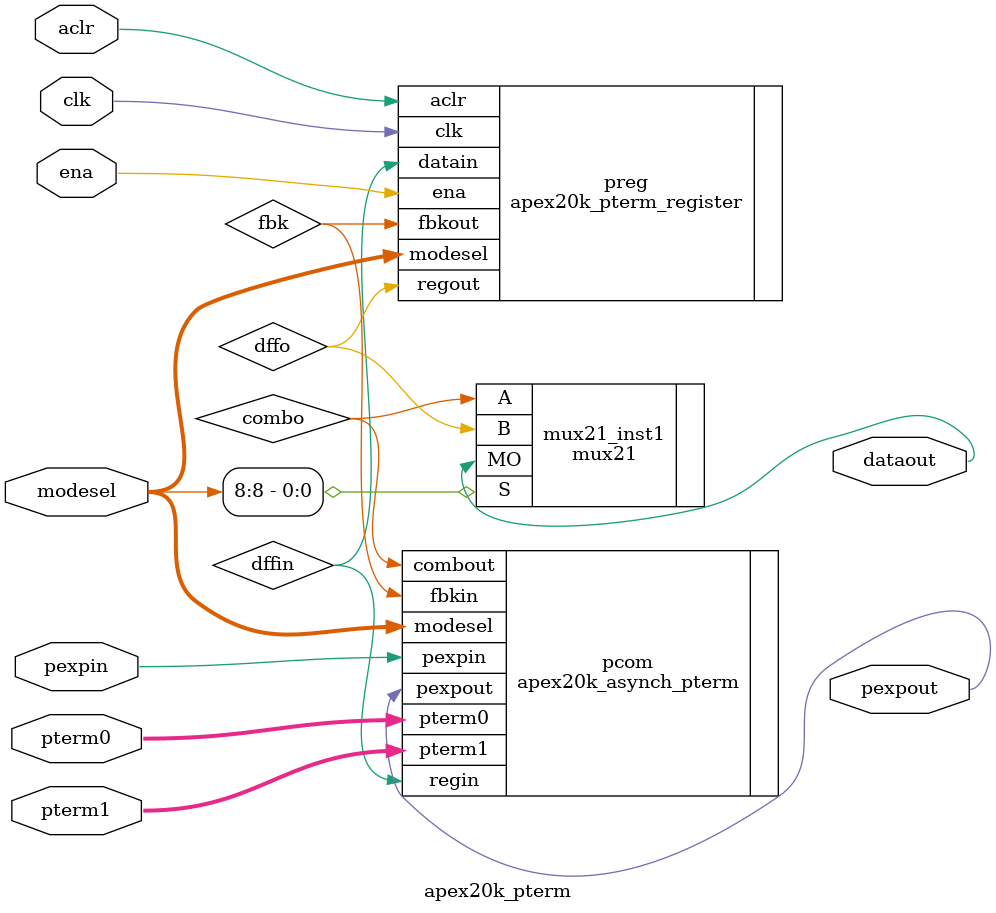
<source format=v>

module  apex20k_lcell (clk, dataa, datab, datac, datad, aclr,
                      sclr, sload, ena, cin,
                      cascin, modesel, pathsel,
                      combout, regout, cout, cascout) ;

input  clk, dataa, datab, datac, datad, ena ;
input  aclr, sclr, sload, cin, cascin;
input [8:0] modesel;
input [9:0] pathsel;
output cout, cascout, regout, combout ;
wire dffin, qfbk;

apex20k_asynch_lcell lecomb (.dataa(dataa), .datab(datab), .datac(datac), 
										.datad(datad), .cin(cin), .cascin(cascin),
                              .qfbkin(qfbk), .modesel(modesel), .pathsel(pathsel), .combout(combout),
										 .regin(dffin), .cout(cout), .cascout(cascout));

apex20k_lcell_register lereg (.clk(clk), .aclr(aclr), .sclr(sclr), .modesel(modesel),
										.sload(sload), .ena(ena), .datain(dffin), 
										.datac(datac), 
										.regout(regout), .qfbko(qfbk));

endmodule


module  apex20k_io (clk, datain, aclr, ena, oe, 
				   modesel, padio, combout, regout) ;

  inout     padio ;
  input     datain, clk, aclr, ena, oe;
  input     [11:0] modesel;
  output    regout, combout;

  wire aclr_inv;


apex20k_asynch_io asynch_inst (.datain(datain), .oe(oe), .padio(padio), 
										 .dffeD(dffeD), .dffeQ(dffeQ), .combout(combout),
										 .regout(regout), .modesel(modesel));

INV inv_1(.Y(aclr_inv), .IN1(aclr));
dffe_io io_reg (.Q(dffeQ), .CLK(clk), .ENA(ena), .D(dffeD), .CLRN(aclr_inv),
					 .PRN(reg_pre));

endmodule


module apex20k_ram_slice (datain, clk0, clk1, clr0, clr1, ena0, ena1, 
            we, re, raddr, waddr, modesel, dataout);
input  datain, clk0, clk1, clr0, clr1, ena0, ena1, we, re;
input  [15:0] raddr, waddr;
input [17:0] modesel;
output dataout;

     wire  datain_reg, we_reg, re_reg, dataout_reg;
     wire  [15:0] raddr_reg, waddr_reg;
     wire  datain_int, we_int, re_int, dataout_int;
     wire  [15:0] raddr_int;
     wire  [15:0] waddr_int;
     wire  reen, raddren, dataouten;
     wire  datain_clr;
     wire  re_clk, re_clr, raddr_clk, raddr_clr;
     wire  dataout_clk, dataout_clr;
     wire  datain_reg_sel, write_reg_sel, raddr_reg_sel;
     wire  re_reg_sel, dataout_reg_sel, re_clk_sel, re_en_sel;
     wire  re_clr_sel, raddr_clk_sel, raddr_clr_sel, raddr_en_sel;
     wire  dataout_clk_sel, dataout_clr_sel, dataout_en_sel;
     wire  datain_reg_clr, write_reg_clr, raddr_reg_clr;
     wire  re_reg_clr, dataout_reg_clr;
     wire  datain_reg_clr_sel, write_reg_clr_sel, raddr_reg_clr_sel;
     wire  re_reg_clr_sel, dataout_reg_clr_sel, NC;
     wire  clk0_inv1, clk0_delayed, we_reg2, we_reg2_delayed;
	 wire iena0;
	 wire iena1;

     assign datain_reg_sel          = modesel[0];
     assign datain_reg_clr_sel      = modesel[1];
     assign write_reg_sel           = modesel[2];
     assign write_reg_clr_sel       = modesel[3];
     assign raddr_reg_sel           = modesel[4];
     assign raddr_reg_clr_sel       = modesel[5];
     assign re_reg_sel              = modesel[6];
     assign re_reg_clr_sel          = modesel[7];
     assign dataout_reg_sel         = modesel[8];
     assign dataout_reg_clr_sel     = modesel[9];
     assign re_clk_sel              = modesel[10];
     assign re_en_sel               = modesel[10];
     assign re_clr_sel              = modesel[11];
     assign raddr_clk_sel           = modesel[12];
     assign raddr_en_sel            = modesel[12];
     assign raddr_clr_sel           = modesel[13];
     assign dataout_clk_sel         = modesel[14];
     assign dataout_en_sel          = modesel[14];
     assign dataout_clr_sel         = modesel[15];

	 assign iena0 = ena0;
	 assign iena1 = ena1;

     assign NC = 1'b0;

mux21 	datainsel (.MO(datain_int), .A(datain), .B(datain_reg), .S(datain_reg_sel));

nmux21 	datainregclr (.MO(datain_reg_clr), .A(NC), .B(clr0), .S(datain_reg_clr_sel));

bmux21 	waddrsel (.MO(waddr_int), .A(waddr), .B(waddr_reg), .S(write_reg_sel));

nmux21 	writeregclr (.MO(write_reg_clr), .A(NC), .B(clr0), .S(write_reg_clr_sel));

mux21   wesel2 (.MO(we_int), .A(we_reg2_delayed), .B(we_pulse), .S(write_reg_sel));

mux21   wesel1 (.MO(we_reg2), .A(we), .B(we_reg), .S(write_reg_sel));

bmux21  raddrsel (.MO(raddr_int), .A(raddr), .B(raddr_reg), .S(raddr_reg_sel));

nmux21 	raddrregclr (.MO(raddr_reg_clr), .A(NC), .B(raddr_clr), .S(raddr_reg_clr_sel));

mux21 	resel (.MO(re_int), .A(re), .B(re_reg), .S(re_reg_sel));

mux21 	dataoutsel (.MO(dataout), .A(dataout_int), .B(dataout_reg), .S(dataout_reg_sel));

nmux21	dataoutregclr (.MO(dataout_reg_clr), .A(NC), .B(dataout_clr), .S(dataout_reg_clr_sel));

mux21   raddrclksel (.MO(raddr_clk), .A(clk0), .B(clk1), .S(raddr_clk_sel));

mux21   raddrensel (.MO(raddren), .A(iena0), .B(iena1), .S(raddr_en_sel));

nmux21  raddrclrsel (.MO(raddr_clr), .A(clr0), .B(clr1), .S(raddr_clr_sel));

mux21 	reclksel (.MO(re_clk), .A(clk0), .B(clk1), .S(re_clk_sel));

mux21   reensel (.MO(reen), .A(iena0), .B(iena1), .S(re_en_sel));

nmux21	reclrsel (.MO(re_clr), .A(clr0), .B(clr1), .S(re_clr_sel));

nmux21   reregclr (.MO(re_reg_clr), .A(NC), .B(re_clr), .S(re_reg_clr_sel));

mux21   dataoutclksel (.MO(dataout_clk), .A(clk0), .B(clk1), .S(dataout_clk_sel));

mux21   dataoutensel (.MO(dataouten), .A(iena0), .B(iena1), .S(dataout_en_sel));

nmux21  dataoutclrsel (.MO(dataout_clr), .A(clr0), .B(clr1), .S(dataout_clr_sel));

dffe	dinreg (.Q(datain_reg), .CLK(clk0), .ENA(iena0), .D(datain), .CLRN(datain_reg_clr), .PRN(1'b1));

dffe	wereg (.Q(we_reg), .CLK(clk0), .ENA(iena0), .D(we), .CLRN(write_reg_clr), .PRN(1'b1));

INV    pt_inv_1 (.Y(clk0_inv1), .IN1(clk0_delayed));

AND1    clk0weregdelaybuf (.Y(clk0_delayed), .IN1(clk0));

AND2    pt_and2_1 (.Y(we_pulse), .IN1(clk0_inv1), .IN2(we_reg2_delayed));

AND1    wedelaybuf (.Y(we_reg2_delayed), .IN1(we_reg2));

dffe    rereg (.Q(re_reg), .CLK(re_clk), .ENA(reen), .D(re), .CLRN(re_reg_clr), .PRN(1'b1));

dffe    dataoutreg (.Q(dataout_reg), .CLK(dataout_clk), .ENA(dataouten), .D(dataout_int), .CLRN(dataout_reg_clr), .PRN(1'b1));

dffe    waddrreg_0 (.Q(waddr_reg[0]), .CLK(clk0), .ENA(iena0), .D(waddr[0]), .CLRN(write_reg_clr), .PRN(1'b1));

dffe    waddrreg_1 (.Q(waddr_reg[1]), .CLK(clk0), .ENA(iena0), .D(waddr[1]), .CLRN(write_reg_clr), .PRN(1'b1));

dffe    waddrreg_2 (.Q(waddr_reg[2]), .CLK(clk0), .ENA(iena0), .D(waddr[2]), .CLRN(write_reg_clr), .PRN(1'b1));

dffe    waddrreg_3 (.Q(waddr_reg[3]), .CLK(clk0), .ENA(iena0), .D(waddr[3]), .CLRN(write_reg_clr), .PRN(1'b1));

dffe    waddrreg_4 (.Q(waddr_reg[4]), .CLK(clk0), .ENA(iena0), .D(waddr[4]), .CLRN(write_reg_clr), .PRN(1'b1));

dffe    waddrreg_5 (.Q(waddr_reg[5]), .CLK(clk0), .ENA(iena0), .D(waddr[5]), .CLRN(write_reg_clr), .PRN(1'b1));

dffe    waddrreg_6 (.Q(waddr_reg[6]), .CLK(clk0), .ENA(iena0), .D(waddr[6]), .CLRN(write_reg_clr), .PRN(1'b1));

dffe    waddrreg_7 (.Q(waddr_reg[7]), .CLK(clk0), .ENA(iena0), .D(waddr[7]), .CLRN(write_reg_clr), .PRN(1'b1));

dffe    waddrreg_8 (.Q(waddr_reg[8]), .CLK(clk0), .ENA(iena0), .D(waddr[8]), .CLRN(write_reg_clr), .PRN(1'b1));

dffe    waddrreg_9 (.Q(waddr_reg[9]), .CLK(clk0), .ENA(iena0), .D(waddr[9]), .CLRN(write_reg_clr), .PRN(1'b1));

dffe    waddrreg_10 (.Q(waddr_reg[10]), .CLK(clk0), .ENA(iena0), .D(waddr[10]), .CLRN(write_reg_clr), .PRN(1'b1));

dffe    waddrreg_11 (.Q(waddr_reg[11]), .CLK(clk0), .ENA(iena0), .D(waddr[11]), .CLRN(write_reg_clr), .PRN(1'b1));

dffe    waddrreg_12 (.Q(waddr_reg[12]), .CLK(clk0), .ENA(iena0), .D(waddr[12]), .CLRN(write_reg_clr), .PRN(1'b1));

dffe    waddrreg_13 (.Q(waddr_reg[13]), .CLK(clk0), .ENA(iena0), .D(waddr[13]), .CLRN(write_reg_clr), .PRN(1'b1));

dffe    waddrreg_14 (.Q(waddr_reg[14]), .CLK(clk0), .ENA(iena0), .D(waddr[14]), .CLRN(write_reg_clr), .PRN(1'b1));

dffe    waddrreg_15 (.Q(waddr_reg[15]), .CLK(clk0), .ENA(iena0), .D(waddr[15]), .CLRN(write_reg_clr), .PRN(1'b1));

dffe    raddrreg_0 (.Q(raddr_reg[0]), .CLK(raddr_clk), .ENA(raddren), .D(raddr[0]), .CLRN(raddr_reg_clr), .PRN(1'b1));

dffe    raddrreg_1 (.Q(raddr_reg[1]), .CLK(raddr_clk), .ENA(raddren), .D(raddr[1]), .CLRN(raddr_reg_clr), .PRN(1'b1));

dffe    raddrreg_2 (.Q(raddr_reg[2]), .CLK(raddr_clk), .ENA(raddren), .D(raddr[2]), .CLRN(raddr_reg_clr), .PRN(1'b1));

dffe    raddrreg_3 (.Q(raddr_reg[3]), .CLK(raddr_clk), .ENA(raddren), .D(raddr[3]), .CLRN(raddr_reg_clr), .PRN(1'b1));

dffe    raddrreg_4 (.Q(raddr_reg[4]), .CLK(raddr_clk), .ENA(raddren), .D(raddr[4]), .CLRN(raddr_reg_clr), .PRN(1'b1));

dffe    raddrreg_5 (.Q(raddr_reg[5]), .CLK(raddr_clk), .ENA(raddren), .D(raddr[5]), .CLRN(raddr_reg_clr), .PRN(1'b1));

dffe    raddrreg_6 (.Q(raddr_reg[6]), .CLK(raddr_clk), .ENA(raddren), .D(raddr[6]), .CLRN(raddr_reg_clr), .PRN(1'b1));

dffe    raddrreg_7 (.Q(raddr_reg[7]), .CLK(raddr_clk), .ENA(raddren), .D(raddr[7]), .CLRN(raddr_reg_clr), .PRN(1'b1));

dffe    raddrreg_8 (.Q(raddr_reg[8]), .CLK(raddr_clk), .ENA(raddren), .D(raddr[8]), .CLRN(raddr_reg_clr), .PRN(1'b1));

dffe    raddrreg_9 (.Q(raddr_reg[9]), .CLK(raddr_clk), .ENA(raddren), .D(raddr[9]), .CLRN(raddr_reg_clr), .PRN(1'b1));

dffe    raddrreg_10 (.Q(raddr_reg[10]), .CLK(raddr_clk), .ENA(raddren), .D(raddr[10]), .CLRN(raddr_reg_clr), .PRN(1'b1));

dffe    raddrreg_11 (.Q(raddr_reg[11]), .CLK(raddr_clk), .ENA(raddren), .D(raddr[11]), .CLRN(raddr_reg_clr), .PRN(1'b1));

dffe    raddrreg_12 (.Q(raddr_reg[12]), .CLK(raddr_clk), .ENA(raddren), .D(raddr[12]), .CLRN(raddr_reg_clr), .PRN(1'b1));

dffe    raddrreg_13 (.Q(raddr_reg[13]), .CLK(raddr_clk), .ENA(raddren), .D(raddr[13]), .CLRN(raddr_reg_clr), .PRN(1'b1));

dffe    raddrreg_14 (.Q(raddr_reg[14]), .CLK(raddr_clk), .ENA(raddren), .D(raddr[14]), .CLRN(raddr_reg_clr), .PRN(1'b1));

dffe    raddrreg_15 (.Q(raddr_reg[15]), .CLK(raddr_clk), .ENA(raddren), .D(raddr[15]), .CLRN(raddr_reg_clr), .PRN(1'b1));


apex20k_asynch_mem apexmem (.datain(datain_int), .we(we_int), .re(re_int), .dataout(dataout_int), .modesel({modesel[17], modesel[16]}), .raddr(raddr_int), .waddr(waddr_int)
                            );

endmodule

//
//   APEX20K PTERM ATOM
//
module  apex20k_pterm (pterm0, pterm1, pexpin, clk, ena, aclr,
                        modesel, dataout, pexpout);

    input  [31:0] pterm0, pterm1;
    input  pexpin, clk, ena, aclr;
    input  [9:0] modesel;
    output dataout, pexpout;

    wire fbk, dffin, combo, dffo;


apex20k_asynch_pterm pcom (.pterm0(pterm0), .pterm1(pterm1), .pexpin(pexpin),
									 .fbkin(fbk), .combout(combo), .pexpout(pexpout),
									  .regin(dffin), .modesel(modesel));
apex20k_pterm_register preg (.datain(dffin), .clk(clk), .ena(ena), .aclr(aclr), 
									   .regout(dffo),
									  .fbkout(fbk), .modesel(modesel));

//assign dataout = (output_mode == "comb") ? combo : dffo;
// modesel[8] == 0 => output_mode = "comb"
mux21 mux21_inst1(.MO(dataout), .S(modesel[8]), .A(combo), .B(dffo)); 

endmodule

</source>
